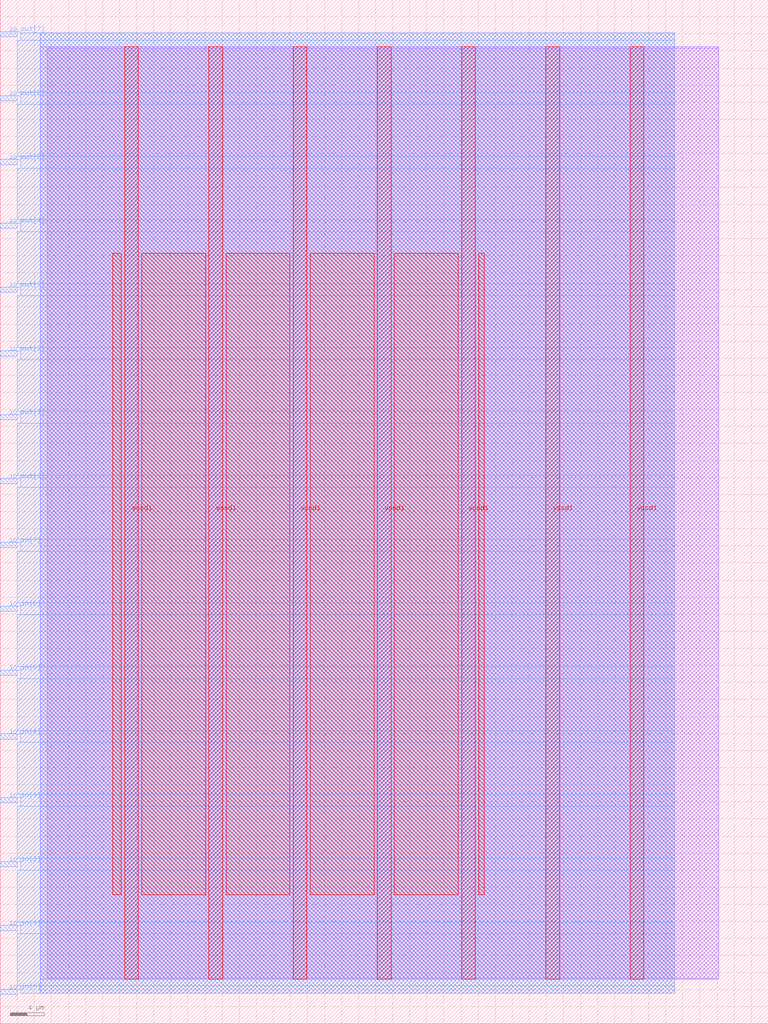
<source format=lef>
VERSION 5.7 ;
  NOWIREEXTENSIONATPIN ON ;
  DIVIDERCHAR "/" ;
  BUSBITCHARS "[]" ;
MACRO user_module_347894637149553236
  CLASS BLOCK ;
  FOREIGN user_module_347894637149553236 ;
  ORIGIN 0.000 0.000 ;
  SIZE 90.000 BY 120.000 ;
  PIN io_in[0]
    DIRECTION INPUT ;
    USE SIGNAL ;
    PORT
      LAYER met3 ;
        RECT 0.000 3.440 2.000 4.040 ;
    END
  END io_in[0]
  PIN io_in[1]
    DIRECTION INPUT ;
    USE SIGNAL ;
    PORT
      LAYER met3 ;
        RECT 0.000 10.920 2.000 11.520 ;
    END
  END io_in[1]
  PIN io_in[2]
    DIRECTION INPUT ;
    USE SIGNAL ;
    PORT
      LAYER met3 ;
        RECT 0.000 18.400 2.000 19.000 ;
    END
  END io_in[2]
  PIN io_in[3]
    DIRECTION INPUT ;
    USE SIGNAL ;
    PORT
      LAYER met3 ;
        RECT 0.000 25.880 2.000 26.480 ;
    END
  END io_in[3]
  PIN io_in[4]
    DIRECTION INPUT ;
    USE SIGNAL ;
    PORT
      LAYER met3 ;
        RECT 0.000 33.360 2.000 33.960 ;
    END
  END io_in[4]
  PIN io_in[5]
    DIRECTION INPUT ;
    USE SIGNAL ;
    PORT
      LAYER met3 ;
        RECT 0.000 40.840 2.000 41.440 ;
    END
  END io_in[5]
  PIN io_in[6]
    DIRECTION INPUT ;
    USE SIGNAL ;
    PORT
      LAYER met3 ;
        RECT 0.000 48.320 2.000 48.920 ;
    END
  END io_in[6]
  PIN io_in[7]
    DIRECTION INPUT ;
    USE SIGNAL ;
    PORT
      LAYER met3 ;
        RECT 0.000 55.800 2.000 56.400 ;
    END
  END io_in[7]
  PIN io_out[0]
    DIRECTION OUTPUT TRISTATE ;
    USE SIGNAL ;
    PORT
      LAYER met3 ;
        RECT 0.000 63.280 2.000 63.880 ;
    END
  END io_out[0]
  PIN io_out[1]
    DIRECTION OUTPUT TRISTATE ;
    USE SIGNAL ;
    PORT
      LAYER met3 ;
        RECT 0.000 70.760 2.000 71.360 ;
    END
  END io_out[1]
  PIN io_out[2]
    DIRECTION OUTPUT TRISTATE ;
    USE SIGNAL ;
    PORT
      LAYER met3 ;
        RECT 0.000 78.240 2.000 78.840 ;
    END
  END io_out[2]
  PIN io_out[3]
    DIRECTION OUTPUT TRISTATE ;
    USE SIGNAL ;
    PORT
      LAYER met3 ;
        RECT 0.000 85.720 2.000 86.320 ;
    END
  END io_out[3]
  PIN io_out[4]
    DIRECTION OUTPUT TRISTATE ;
    USE SIGNAL ;
    PORT
      LAYER met3 ;
        RECT 0.000 93.200 2.000 93.800 ;
    END
  END io_out[4]
  PIN io_out[5]
    DIRECTION OUTPUT TRISTATE ;
    USE SIGNAL ;
    PORT
      LAYER met3 ;
        RECT 0.000 100.680 2.000 101.280 ;
    END
  END io_out[5]
  PIN io_out[6]
    DIRECTION OUTPUT TRISTATE ;
    USE SIGNAL ;
    PORT
      LAYER met3 ;
        RECT 0.000 108.160 2.000 108.760 ;
    END
  END io_out[6]
  PIN io_out[7]
    DIRECTION OUTPUT TRISTATE ;
    USE SIGNAL ;
    PORT
      LAYER met3 ;
        RECT 0.000 115.640 2.000 116.240 ;
    END
  END io_out[7]
  PIN vccd1
    DIRECTION INOUT ;
    USE POWER ;
    PORT
      LAYER met4 ;
        RECT 14.590 5.200 16.190 114.480 ;
    END
    PORT
      LAYER met4 ;
        RECT 34.330 5.200 35.930 114.480 ;
    END
    PORT
      LAYER met4 ;
        RECT 54.070 5.200 55.670 114.480 ;
    END
    PORT
      LAYER met4 ;
        RECT 73.810 5.200 75.410 114.480 ;
    END
  END vccd1
  PIN vssd1
    DIRECTION INOUT ;
    USE GROUND ;
    PORT
      LAYER met4 ;
        RECT 24.460 5.200 26.060 114.480 ;
    END
    PORT
      LAYER met4 ;
        RECT 44.200 5.200 45.800 114.480 ;
    END
    PORT
      LAYER met4 ;
        RECT 63.940 5.200 65.540 114.480 ;
    END
  END vssd1
  OBS
      LAYER li1 ;
        RECT 5.520 5.355 84.180 114.325 ;
      LAYER met1 ;
        RECT 4.670 5.200 84.180 114.480 ;
      LAYER met2 ;
        RECT 4.700 3.555 79.030 116.125 ;
      LAYER met3 ;
        RECT 2.400 115.240 79.055 116.105 ;
        RECT 2.000 109.160 79.055 115.240 ;
        RECT 2.400 107.760 79.055 109.160 ;
        RECT 2.000 101.680 79.055 107.760 ;
        RECT 2.400 100.280 79.055 101.680 ;
        RECT 2.000 94.200 79.055 100.280 ;
        RECT 2.400 92.800 79.055 94.200 ;
        RECT 2.000 86.720 79.055 92.800 ;
        RECT 2.400 85.320 79.055 86.720 ;
        RECT 2.000 79.240 79.055 85.320 ;
        RECT 2.400 77.840 79.055 79.240 ;
        RECT 2.000 71.760 79.055 77.840 ;
        RECT 2.400 70.360 79.055 71.760 ;
        RECT 2.000 64.280 79.055 70.360 ;
        RECT 2.400 62.880 79.055 64.280 ;
        RECT 2.000 56.800 79.055 62.880 ;
        RECT 2.400 55.400 79.055 56.800 ;
        RECT 2.000 49.320 79.055 55.400 ;
        RECT 2.400 47.920 79.055 49.320 ;
        RECT 2.000 41.840 79.055 47.920 ;
        RECT 2.400 40.440 79.055 41.840 ;
        RECT 2.000 34.360 79.055 40.440 ;
        RECT 2.400 32.960 79.055 34.360 ;
        RECT 2.000 26.880 79.055 32.960 ;
        RECT 2.400 25.480 79.055 26.880 ;
        RECT 2.000 19.400 79.055 25.480 ;
        RECT 2.400 18.000 79.055 19.400 ;
        RECT 2.000 11.920 79.055 18.000 ;
        RECT 2.400 10.520 79.055 11.920 ;
        RECT 2.000 4.440 79.055 10.520 ;
        RECT 2.400 3.575 79.055 4.440 ;
      LAYER met4 ;
        RECT 13.175 15.135 14.190 90.265 ;
        RECT 16.590 15.135 24.060 90.265 ;
        RECT 26.460 15.135 33.930 90.265 ;
        RECT 36.330 15.135 43.800 90.265 ;
        RECT 46.200 15.135 53.670 90.265 ;
        RECT 56.070 15.135 56.745 90.265 ;
  END
END user_module_347894637149553236
END LIBRARY


</source>
